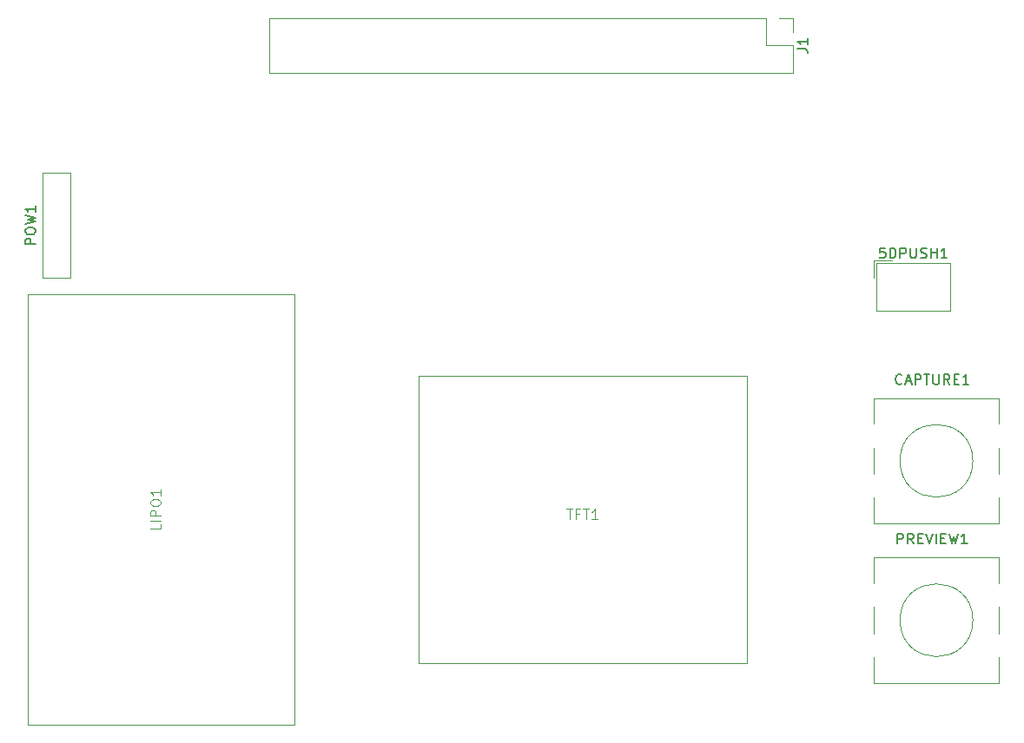
<source format=gto>
G04 #@! TF.GenerationSoftware,KiCad,Pcbnew,9.0.1*
G04 #@! TF.CreationDate,2025-04-06T16:16:06+02:00*
G04 #@! TF.ProjectId,camera_base,63616d65-7261-45f6-9261-73652e6b6963,rev?*
G04 #@! TF.SameCoordinates,Original*
G04 #@! TF.FileFunction,Legend,Top*
G04 #@! TF.FilePolarity,Positive*
%FSLAX46Y46*%
G04 Gerber Fmt 4.6, Leading zero omitted, Abs format (unit mm)*
G04 Created by KiCad (PCBNEW 9.0.1) date 2025-04-06 16:16:06*
%MOMM*%
%LPD*%
G01*
G04 APERTURE LIST*
%ADD10C,0.100000*%
%ADD11C,0.150000*%
%ADD12C,0.120000*%
%ADD13C,1.600000*%
%ADD14C,1.700000*%
%ADD15R,1.700000X1.700000*%
%ADD16R,1.200000X1.200000*%
%ADD17C,1.200000*%
%ADD18O,3.200000X1.900000*%
%ADD19R,1.500000X1.500000*%
G04 APERTURE END LIST*
D10*
X110428571Y-156457419D02*
X110999999Y-156457419D01*
X110714285Y-157457419D02*
X110714285Y-156457419D01*
X111666666Y-156933609D02*
X111333333Y-156933609D01*
X111333333Y-157457419D02*
X111333333Y-156457419D01*
X111333333Y-156457419D02*
X111809523Y-156457419D01*
X112047619Y-156457419D02*
X112619047Y-156457419D01*
X112333333Y-157457419D02*
X112333333Y-156457419D01*
X113476190Y-157457419D02*
X112904762Y-157457419D01*
X113190476Y-157457419D02*
X113190476Y-156457419D01*
X113190476Y-156457419D02*
X113095238Y-156600276D01*
X113095238Y-156600276D02*
X113000000Y-156695514D01*
X113000000Y-156695514D02*
X112904762Y-156743133D01*
D11*
X132954819Y-111563333D02*
X133669104Y-111563333D01*
X133669104Y-111563333D02*
X133811961Y-111610952D01*
X133811961Y-111610952D02*
X133907200Y-111706190D01*
X133907200Y-111706190D02*
X133954819Y-111849047D01*
X133954819Y-111849047D02*
X133954819Y-111944285D01*
X133954819Y-110563333D02*
X133954819Y-111134761D01*
X133954819Y-110849047D02*
X132954819Y-110849047D01*
X132954819Y-110849047D02*
X133097676Y-110944285D01*
X133097676Y-110944285D02*
X133192914Y-111039523D01*
X133192914Y-111039523D02*
X133240533Y-111134761D01*
X141488095Y-130974819D02*
X141011905Y-130974819D01*
X141011905Y-130974819D02*
X140964286Y-131451009D01*
X140964286Y-131451009D02*
X141011905Y-131403390D01*
X141011905Y-131403390D02*
X141107143Y-131355771D01*
X141107143Y-131355771D02*
X141345238Y-131355771D01*
X141345238Y-131355771D02*
X141440476Y-131403390D01*
X141440476Y-131403390D02*
X141488095Y-131451009D01*
X141488095Y-131451009D02*
X141535714Y-131546247D01*
X141535714Y-131546247D02*
X141535714Y-131784342D01*
X141535714Y-131784342D02*
X141488095Y-131879580D01*
X141488095Y-131879580D02*
X141440476Y-131927200D01*
X141440476Y-131927200D02*
X141345238Y-131974819D01*
X141345238Y-131974819D02*
X141107143Y-131974819D01*
X141107143Y-131974819D02*
X141011905Y-131927200D01*
X141011905Y-131927200D02*
X140964286Y-131879580D01*
X141964286Y-131974819D02*
X141964286Y-130974819D01*
X141964286Y-130974819D02*
X142202381Y-130974819D01*
X142202381Y-130974819D02*
X142345238Y-131022438D01*
X142345238Y-131022438D02*
X142440476Y-131117676D01*
X142440476Y-131117676D02*
X142488095Y-131212914D01*
X142488095Y-131212914D02*
X142535714Y-131403390D01*
X142535714Y-131403390D02*
X142535714Y-131546247D01*
X142535714Y-131546247D02*
X142488095Y-131736723D01*
X142488095Y-131736723D02*
X142440476Y-131831961D01*
X142440476Y-131831961D02*
X142345238Y-131927200D01*
X142345238Y-131927200D02*
X142202381Y-131974819D01*
X142202381Y-131974819D02*
X141964286Y-131974819D01*
X142964286Y-131974819D02*
X142964286Y-130974819D01*
X142964286Y-130974819D02*
X143345238Y-130974819D01*
X143345238Y-130974819D02*
X143440476Y-131022438D01*
X143440476Y-131022438D02*
X143488095Y-131070057D01*
X143488095Y-131070057D02*
X143535714Y-131165295D01*
X143535714Y-131165295D02*
X143535714Y-131308152D01*
X143535714Y-131308152D02*
X143488095Y-131403390D01*
X143488095Y-131403390D02*
X143440476Y-131451009D01*
X143440476Y-131451009D02*
X143345238Y-131498628D01*
X143345238Y-131498628D02*
X142964286Y-131498628D01*
X143964286Y-130974819D02*
X143964286Y-131784342D01*
X143964286Y-131784342D02*
X144011905Y-131879580D01*
X144011905Y-131879580D02*
X144059524Y-131927200D01*
X144059524Y-131927200D02*
X144154762Y-131974819D01*
X144154762Y-131974819D02*
X144345238Y-131974819D01*
X144345238Y-131974819D02*
X144440476Y-131927200D01*
X144440476Y-131927200D02*
X144488095Y-131879580D01*
X144488095Y-131879580D02*
X144535714Y-131784342D01*
X144535714Y-131784342D02*
X144535714Y-130974819D01*
X144964286Y-131927200D02*
X145107143Y-131974819D01*
X145107143Y-131974819D02*
X145345238Y-131974819D01*
X145345238Y-131974819D02*
X145440476Y-131927200D01*
X145440476Y-131927200D02*
X145488095Y-131879580D01*
X145488095Y-131879580D02*
X145535714Y-131784342D01*
X145535714Y-131784342D02*
X145535714Y-131689104D01*
X145535714Y-131689104D02*
X145488095Y-131593866D01*
X145488095Y-131593866D02*
X145440476Y-131546247D01*
X145440476Y-131546247D02*
X145345238Y-131498628D01*
X145345238Y-131498628D02*
X145154762Y-131451009D01*
X145154762Y-131451009D02*
X145059524Y-131403390D01*
X145059524Y-131403390D02*
X145011905Y-131355771D01*
X145011905Y-131355771D02*
X144964286Y-131260533D01*
X144964286Y-131260533D02*
X144964286Y-131165295D01*
X144964286Y-131165295D02*
X145011905Y-131070057D01*
X145011905Y-131070057D02*
X145059524Y-131022438D01*
X145059524Y-131022438D02*
X145154762Y-130974819D01*
X145154762Y-130974819D02*
X145392857Y-130974819D01*
X145392857Y-130974819D02*
X145535714Y-131022438D01*
X145964286Y-131974819D02*
X145964286Y-130974819D01*
X145964286Y-131451009D02*
X146535714Y-131451009D01*
X146535714Y-131974819D02*
X146535714Y-130974819D01*
X147535714Y-131974819D02*
X146964286Y-131974819D01*
X147250000Y-131974819D02*
X147250000Y-130974819D01*
X147250000Y-130974819D02*
X147154762Y-131117676D01*
X147154762Y-131117676D02*
X147059524Y-131212914D01*
X147059524Y-131212914D02*
X146964286Y-131260533D01*
X142699048Y-159844819D02*
X142699048Y-158844819D01*
X142699048Y-158844819D02*
X143080000Y-158844819D01*
X143080000Y-158844819D02*
X143175238Y-158892438D01*
X143175238Y-158892438D02*
X143222857Y-158940057D01*
X143222857Y-158940057D02*
X143270476Y-159035295D01*
X143270476Y-159035295D02*
X143270476Y-159178152D01*
X143270476Y-159178152D02*
X143222857Y-159273390D01*
X143222857Y-159273390D02*
X143175238Y-159321009D01*
X143175238Y-159321009D02*
X143080000Y-159368628D01*
X143080000Y-159368628D02*
X142699048Y-159368628D01*
X144270476Y-159844819D02*
X143937143Y-159368628D01*
X143699048Y-159844819D02*
X143699048Y-158844819D01*
X143699048Y-158844819D02*
X144080000Y-158844819D01*
X144080000Y-158844819D02*
X144175238Y-158892438D01*
X144175238Y-158892438D02*
X144222857Y-158940057D01*
X144222857Y-158940057D02*
X144270476Y-159035295D01*
X144270476Y-159035295D02*
X144270476Y-159178152D01*
X144270476Y-159178152D02*
X144222857Y-159273390D01*
X144222857Y-159273390D02*
X144175238Y-159321009D01*
X144175238Y-159321009D02*
X144080000Y-159368628D01*
X144080000Y-159368628D02*
X143699048Y-159368628D01*
X144699048Y-159321009D02*
X145032381Y-159321009D01*
X145175238Y-159844819D02*
X144699048Y-159844819D01*
X144699048Y-159844819D02*
X144699048Y-158844819D01*
X144699048Y-158844819D02*
X145175238Y-158844819D01*
X145460953Y-158844819D02*
X145794286Y-159844819D01*
X145794286Y-159844819D02*
X146127619Y-158844819D01*
X146460953Y-159844819D02*
X146460953Y-158844819D01*
X146937143Y-159321009D02*
X147270476Y-159321009D01*
X147413333Y-159844819D02*
X146937143Y-159844819D01*
X146937143Y-159844819D02*
X146937143Y-158844819D01*
X146937143Y-158844819D02*
X147413333Y-158844819D01*
X147746667Y-158844819D02*
X147984762Y-159844819D01*
X147984762Y-159844819D02*
X148175238Y-159130533D01*
X148175238Y-159130533D02*
X148365714Y-159844819D01*
X148365714Y-159844819D02*
X148603810Y-158844819D01*
X149508571Y-159844819D02*
X148937143Y-159844819D01*
X149222857Y-159844819D02*
X149222857Y-158844819D01*
X149222857Y-158844819D02*
X149127619Y-158987676D01*
X149127619Y-158987676D02*
X149032381Y-159082914D01*
X149032381Y-159082914D02*
X148937143Y-159130533D01*
X58664819Y-130623332D02*
X57664819Y-130623332D01*
X57664819Y-130623332D02*
X57664819Y-130242380D01*
X57664819Y-130242380D02*
X57712438Y-130147142D01*
X57712438Y-130147142D02*
X57760057Y-130099523D01*
X57760057Y-130099523D02*
X57855295Y-130051904D01*
X57855295Y-130051904D02*
X57998152Y-130051904D01*
X57998152Y-130051904D02*
X58093390Y-130099523D01*
X58093390Y-130099523D02*
X58141009Y-130147142D01*
X58141009Y-130147142D02*
X58188628Y-130242380D01*
X58188628Y-130242380D02*
X58188628Y-130623332D01*
X57664819Y-129432856D02*
X57664819Y-129242380D01*
X57664819Y-129242380D02*
X57712438Y-129147142D01*
X57712438Y-129147142D02*
X57807676Y-129051904D01*
X57807676Y-129051904D02*
X57998152Y-129004285D01*
X57998152Y-129004285D02*
X58331485Y-129004285D01*
X58331485Y-129004285D02*
X58521961Y-129051904D01*
X58521961Y-129051904D02*
X58617200Y-129147142D01*
X58617200Y-129147142D02*
X58664819Y-129242380D01*
X58664819Y-129242380D02*
X58664819Y-129432856D01*
X58664819Y-129432856D02*
X58617200Y-129528094D01*
X58617200Y-129528094D02*
X58521961Y-129623332D01*
X58521961Y-129623332D02*
X58331485Y-129670951D01*
X58331485Y-129670951D02*
X57998152Y-129670951D01*
X57998152Y-129670951D02*
X57807676Y-129623332D01*
X57807676Y-129623332D02*
X57712438Y-129528094D01*
X57712438Y-129528094D02*
X57664819Y-129432856D01*
X57664819Y-128670951D02*
X58664819Y-128432856D01*
X58664819Y-128432856D02*
X57950533Y-128242380D01*
X57950533Y-128242380D02*
X58664819Y-128051904D01*
X58664819Y-128051904D02*
X57664819Y-127813809D01*
X58664819Y-126909047D02*
X58664819Y-127480475D01*
X58664819Y-127194761D02*
X57664819Y-127194761D01*
X57664819Y-127194761D02*
X57807676Y-127289999D01*
X57807676Y-127289999D02*
X57902914Y-127385237D01*
X57902914Y-127385237D02*
X57950533Y-127480475D01*
D10*
X70857419Y-157928571D02*
X70857419Y-158404761D01*
X70857419Y-158404761D02*
X69857419Y-158404761D01*
X70857419Y-157595237D02*
X69857419Y-157595237D01*
X70857419Y-157119047D02*
X69857419Y-157119047D01*
X69857419Y-157119047D02*
X69857419Y-156738095D01*
X69857419Y-156738095D02*
X69905038Y-156642857D01*
X69905038Y-156642857D02*
X69952657Y-156595238D01*
X69952657Y-156595238D02*
X70047895Y-156547619D01*
X70047895Y-156547619D02*
X70190752Y-156547619D01*
X70190752Y-156547619D02*
X70285990Y-156595238D01*
X70285990Y-156595238D02*
X70333609Y-156642857D01*
X70333609Y-156642857D02*
X70381228Y-156738095D01*
X70381228Y-156738095D02*
X70381228Y-157119047D01*
X69857419Y-155928571D02*
X69857419Y-155738095D01*
X69857419Y-155738095D02*
X69905038Y-155642857D01*
X69905038Y-155642857D02*
X70000276Y-155547619D01*
X70000276Y-155547619D02*
X70190752Y-155500000D01*
X70190752Y-155500000D02*
X70524085Y-155500000D01*
X70524085Y-155500000D02*
X70714561Y-155547619D01*
X70714561Y-155547619D02*
X70809800Y-155642857D01*
X70809800Y-155642857D02*
X70857419Y-155738095D01*
X70857419Y-155738095D02*
X70857419Y-155928571D01*
X70857419Y-155928571D02*
X70809800Y-156023809D01*
X70809800Y-156023809D02*
X70714561Y-156119047D01*
X70714561Y-156119047D02*
X70524085Y-156166666D01*
X70524085Y-156166666D02*
X70190752Y-156166666D01*
X70190752Y-156166666D02*
X70000276Y-156119047D01*
X70000276Y-156119047D02*
X69905038Y-156023809D01*
X69905038Y-156023809D02*
X69857419Y-155928571D01*
X70857419Y-154547619D02*
X70857419Y-155119047D01*
X70857419Y-154833333D02*
X69857419Y-154833333D01*
X69857419Y-154833333D02*
X70000276Y-154928571D01*
X70000276Y-154928571D02*
X70095514Y-155023809D01*
X70095514Y-155023809D02*
X70143133Y-155119047D01*
D11*
X143127618Y-144199580D02*
X143079999Y-144247200D01*
X143079999Y-144247200D02*
X142937142Y-144294819D01*
X142937142Y-144294819D02*
X142841904Y-144294819D01*
X142841904Y-144294819D02*
X142699047Y-144247200D01*
X142699047Y-144247200D02*
X142603809Y-144151961D01*
X142603809Y-144151961D02*
X142556190Y-144056723D01*
X142556190Y-144056723D02*
X142508571Y-143866247D01*
X142508571Y-143866247D02*
X142508571Y-143723390D01*
X142508571Y-143723390D02*
X142556190Y-143532914D01*
X142556190Y-143532914D02*
X142603809Y-143437676D01*
X142603809Y-143437676D02*
X142699047Y-143342438D01*
X142699047Y-143342438D02*
X142841904Y-143294819D01*
X142841904Y-143294819D02*
X142937142Y-143294819D01*
X142937142Y-143294819D02*
X143079999Y-143342438D01*
X143079999Y-143342438D02*
X143127618Y-143390057D01*
X143508571Y-144009104D02*
X143984761Y-144009104D01*
X143413333Y-144294819D02*
X143746666Y-143294819D01*
X143746666Y-143294819D02*
X144079999Y-144294819D01*
X144413333Y-144294819D02*
X144413333Y-143294819D01*
X144413333Y-143294819D02*
X144794285Y-143294819D01*
X144794285Y-143294819D02*
X144889523Y-143342438D01*
X144889523Y-143342438D02*
X144937142Y-143390057D01*
X144937142Y-143390057D02*
X144984761Y-143485295D01*
X144984761Y-143485295D02*
X144984761Y-143628152D01*
X144984761Y-143628152D02*
X144937142Y-143723390D01*
X144937142Y-143723390D02*
X144889523Y-143771009D01*
X144889523Y-143771009D02*
X144794285Y-143818628D01*
X144794285Y-143818628D02*
X144413333Y-143818628D01*
X145270476Y-143294819D02*
X145841904Y-143294819D01*
X145556190Y-144294819D02*
X145556190Y-143294819D01*
X146175238Y-143294819D02*
X146175238Y-144104342D01*
X146175238Y-144104342D02*
X146222857Y-144199580D01*
X146222857Y-144199580D02*
X146270476Y-144247200D01*
X146270476Y-144247200D02*
X146365714Y-144294819D01*
X146365714Y-144294819D02*
X146556190Y-144294819D01*
X146556190Y-144294819D02*
X146651428Y-144247200D01*
X146651428Y-144247200D02*
X146699047Y-144199580D01*
X146699047Y-144199580D02*
X146746666Y-144104342D01*
X146746666Y-144104342D02*
X146746666Y-143294819D01*
X147794285Y-144294819D02*
X147460952Y-143818628D01*
X147222857Y-144294819D02*
X147222857Y-143294819D01*
X147222857Y-143294819D02*
X147603809Y-143294819D01*
X147603809Y-143294819D02*
X147699047Y-143342438D01*
X147699047Y-143342438D02*
X147746666Y-143390057D01*
X147746666Y-143390057D02*
X147794285Y-143485295D01*
X147794285Y-143485295D02*
X147794285Y-143628152D01*
X147794285Y-143628152D02*
X147746666Y-143723390D01*
X147746666Y-143723390D02*
X147699047Y-143771009D01*
X147699047Y-143771009D02*
X147603809Y-143818628D01*
X147603809Y-143818628D02*
X147222857Y-143818628D01*
X148222857Y-143771009D02*
X148556190Y-143771009D01*
X148699047Y-144294819D02*
X148222857Y-144294819D01*
X148222857Y-144294819D02*
X148222857Y-143294819D01*
X148222857Y-143294819D02*
X148699047Y-143294819D01*
X149651428Y-144294819D02*
X149080000Y-144294819D01*
X149365714Y-144294819D02*
X149365714Y-143294819D01*
X149365714Y-143294819D02*
X149270476Y-143437676D01*
X149270476Y-143437676D02*
X149175238Y-143532914D01*
X149175238Y-143532914D02*
X149080000Y-143580533D01*
D10*
X96000000Y-143500000D02*
X128000000Y-143500000D01*
X128000000Y-171500000D01*
X96000000Y-171500000D01*
X96000000Y-143500000D01*
D12*
X132500000Y-113880000D02*
X81480000Y-113880000D01*
X129850000Y-111230000D02*
X132500000Y-111230000D01*
X132500000Y-111230000D02*
X132500000Y-113880000D01*
X81480000Y-108580000D02*
X81480000Y-113880000D01*
X129850000Y-108580000D02*
X129850000Y-111230000D01*
X129850000Y-108580000D02*
X81480000Y-108580000D01*
X131120000Y-108580000D02*
X132500000Y-108580000D01*
X132500000Y-108580000D02*
X132500000Y-109960000D01*
X140410000Y-132180000D02*
X142150000Y-132180000D01*
X140410000Y-133920000D02*
X140410000Y-132180000D01*
X140650000Y-132420000D02*
X140650000Y-137120000D01*
X140650000Y-137120000D02*
X147850000Y-137120000D01*
X147850000Y-132420000D02*
X140650000Y-132420000D01*
X147850000Y-137120000D02*
X147850000Y-132420000D01*
X140390000Y-161190000D02*
X140390000Y-163700000D01*
X140390000Y-161190000D02*
X152610000Y-161190000D01*
X140390000Y-166000000D02*
X140390000Y-168600000D01*
X140390000Y-170900000D02*
X140390000Y-173410000D01*
X152610000Y-161190000D02*
X152610000Y-163700000D01*
X152610000Y-166000000D02*
X152610000Y-168600000D01*
X152610000Y-170900000D02*
X152610000Y-173410000D01*
X152610000Y-173410000D02*
X140390000Y-173410000D01*
X150050000Y-167300000D02*
G75*
G02*
X142950000Y-167300000I-3550000J0D01*
G01*
X142950000Y-167300000D02*
G75*
G02*
X150050000Y-167300000I3550000J0D01*
G01*
X59390000Y-133900000D02*
X62110000Y-133900000D01*
X62110000Y-123680000D01*
X59390000Y-123680000D01*
X59390000Y-133900000D01*
D10*
X57900000Y-177500000D02*
X83900000Y-177500000D01*
X83900000Y-135500000D01*
X57900000Y-135500000D01*
X57900000Y-177500000D01*
D12*
X140390000Y-145640000D02*
X140390000Y-148150000D01*
X140390000Y-145640000D02*
X152610000Y-145640000D01*
X140390000Y-150450000D02*
X140390000Y-153050000D01*
X140390000Y-155350000D02*
X140390000Y-157860000D01*
X152610000Y-145640000D02*
X152610000Y-148150000D01*
X152610000Y-150450000D02*
X152610000Y-153050000D01*
X152610000Y-155350000D02*
X152610000Y-157860000D01*
X152610000Y-157860000D02*
X140390000Y-157860000D01*
X150050000Y-151750000D02*
G75*
G02*
X142950000Y-151750000I-3550000J0D01*
G01*
X142950000Y-151750000D02*
G75*
G02*
X150050000Y-151750000I3550000J0D01*
G01*
%LPC*%
D13*
X124700000Y-170200000D03*
X122160000Y-170200000D03*
X119620000Y-170200000D03*
X117080000Y-170200000D03*
X114540000Y-170200000D03*
X112000000Y-170200000D03*
X109460000Y-170200000D03*
X106920000Y-170200000D03*
X104380000Y-170200000D03*
X101840000Y-170200000D03*
X99300000Y-170200000D03*
D14*
X82860000Y-112500000D03*
X82860000Y-109960000D03*
X85400000Y-112500000D03*
X85400000Y-109960000D03*
X87940000Y-112500000D03*
X87940000Y-109960000D03*
X90480000Y-112500000D03*
X90480000Y-109960000D03*
X93020000Y-112500000D03*
X93020000Y-109960000D03*
X95560000Y-112500000D03*
X95560000Y-109960000D03*
X98100000Y-112500000D03*
X98100000Y-109960000D03*
X100640000Y-112500000D03*
X100640000Y-109960000D03*
X103180000Y-112500000D03*
X103180000Y-109960000D03*
X105720000Y-112500000D03*
X105720000Y-109960000D03*
X108260000Y-112500000D03*
X108260000Y-109960000D03*
X110800000Y-112500000D03*
X110800000Y-109960000D03*
X113340000Y-112500000D03*
X113340000Y-109960000D03*
X115880000Y-112500000D03*
X115880000Y-109960000D03*
X118420000Y-112500000D03*
X118420000Y-109960000D03*
X120960000Y-112500000D03*
X120960000Y-109960000D03*
X123500000Y-112500000D03*
X123500000Y-109960000D03*
X126040000Y-112500000D03*
X126040000Y-109960000D03*
X128580000Y-112500000D03*
X128580000Y-109960000D03*
X131120000Y-112500000D03*
D15*
X131120000Y-109960000D03*
D16*
X141710000Y-133500000D03*
D17*
X144250000Y-133500000D03*
X146790000Y-133500000D03*
X141710000Y-136040000D03*
X144250000Y-136040000D03*
X146790000Y-136040000D03*
D18*
X140250000Y-164800000D03*
X152750000Y-164800000D03*
X140250000Y-169800000D03*
X152750000Y-169800000D03*
D19*
X60750000Y-128790000D03*
D13*
X60750000Y-131330000D03*
X60750000Y-126250000D03*
X82000000Y-143500000D03*
X82000000Y-146340000D03*
X82000000Y-148880000D03*
X82000000Y-151420000D03*
X82000000Y-153960000D03*
X82000000Y-156500000D03*
X82000000Y-159040000D03*
X82000000Y-161580000D03*
D18*
X140250000Y-149250000D03*
X152750000Y-149250000D03*
X140250000Y-154250000D03*
X152750000Y-154250000D03*
%LPD*%
M02*

</source>
